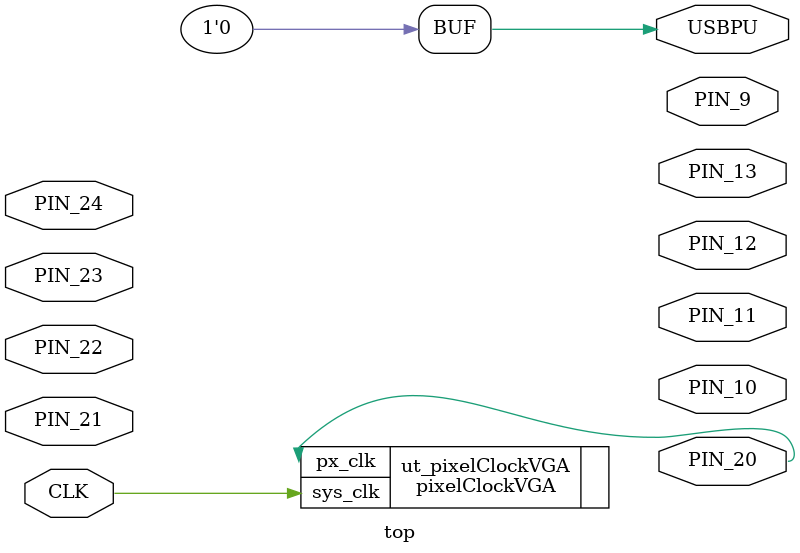
<source format=v>
module top (
    input wire CLK,         // System clock (16Mhz).

    input wire PIN_21,      // Player 1 - Up button.
    input wire PIN_22,      // Player 1 - Down button.
    input wire PIN_23,      // Player 2 - Up button.
    input wire PIN_24,      // Player 2 - Down button.

    output wire USBPU,       // USB pull resistor.

    output wire PIN_13,     // VGA - VSync.
    output wire PIN_12,     // VGA - HSync.
    output wire PIN_11,     // VGA - R.
    output wire PIN_10,     // VGA - G.
    output wire PIN_9,      // VGA - B.

    output wire PIN_20      // Buzzer.
);

    // Drive USB pull-up resistor to '0' to disable USB
    assign USBPU = 0;

    pixelClockVGA ut_pixelClockVGA (
        .sys_clk (CLK),
        .px_clk (PIN_20)
    );

endmodule

</source>
